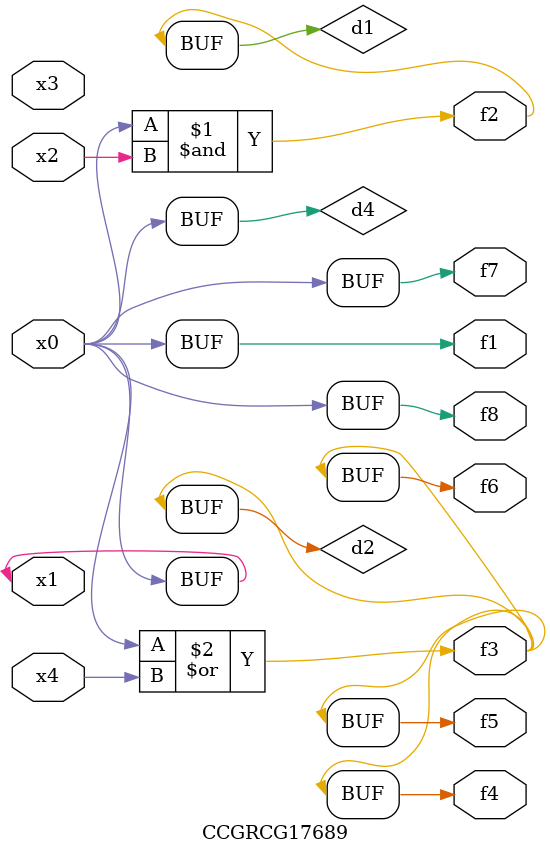
<source format=v>
module CCGRCG17689(
	input x0, x1, x2, x3, x4,
	output f1, f2, f3, f4, f5, f6, f7, f8
);

	wire d1, d2, d3, d4;

	and (d1, x0, x2);
	or (d2, x0, x4);
	nand (d3, x0, x2);
	buf (d4, x0, x1);
	assign f1 = d4;
	assign f2 = d1;
	assign f3 = d2;
	assign f4 = d2;
	assign f5 = d2;
	assign f6 = d2;
	assign f7 = d4;
	assign f8 = d4;
endmodule

</source>
